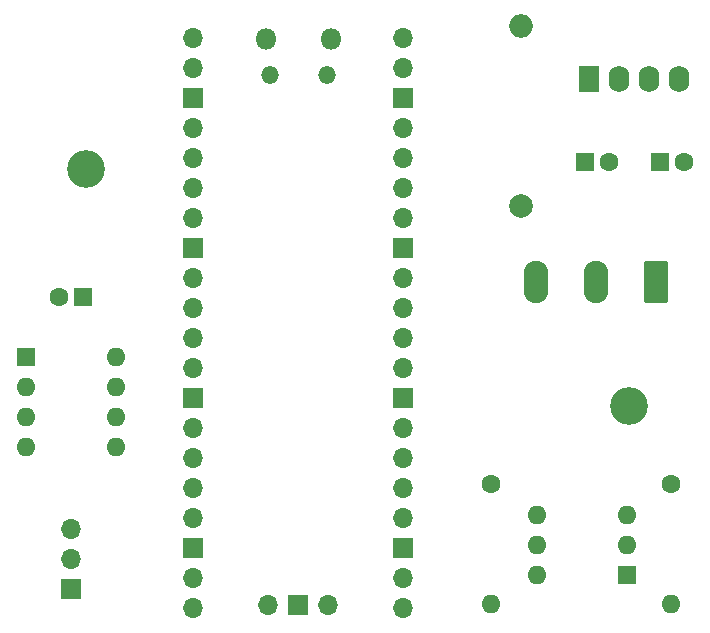
<source format=gbr>
G04 #@! TF.GenerationSoftware,KiCad,Pcbnew,7.0.9-7.0.9~ubuntu22.04.1*
G04 #@! TF.CreationDate,2023-12-23T17:14:06+01:00*
G04 #@! TF.ProjectId,pico-swm-px26a-pcb,7069636f-2d73-4776-9d2d-70783236612d,rev?*
G04 #@! TF.SameCoordinates,Original*
G04 #@! TF.FileFunction,Soldermask,Bot*
G04 #@! TF.FilePolarity,Negative*
%FSLAX46Y46*%
G04 Gerber Fmt 4.6, Leading zero omitted, Abs format (unit mm)*
G04 Created by KiCad (PCBNEW 7.0.9-7.0.9~ubuntu22.04.1) date 2023-12-23 17:14:06*
%MOMM*%
%LPD*%
G01*
G04 APERTURE LIST*
G04 Aperture macros list*
%AMRoundRect*
0 Rectangle with rounded corners*
0 $1 Rounding radius*
0 $2 $3 $4 $5 $6 $7 $8 $9 X,Y pos of 4 corners*
0 Add a 4 corners polygon primitive as box body*
4,1,4,$2,$3,$4,$5,$6,$7,$8,$9,$2,$3,0*
0 Add four circle primitives for the rounded corners*
1,1,$1+$1,$2,$3*
1,1,$1+$1,$4,$5*
1,1,$1+$1,$6,$7*
1,1,$1+$1,$8,$9*
0 Add four rect primitives between the rounded corners*
20,1,$1+$1,$2,$3,$4,$5,0*
20,1,$1+$1,$4,$5,$6,$7,0*
20,1,$1+$1,$6,$7,$8,$9,0*
20,1,$1+$1,$8,$9,$2,$3,0*%
G04 Aperture macros list end*
%ADD10O,1.800000X1.800000*%
%ADD11O,1.500000X1.500000*%
%ADD12O,1.700000X1.700000*%
%ADD13R,1.700000X1.700000*%
%ADD14R,1.600000X1.600000*%
%ADD15C,1.600000*%
%ADD16O,1.600000X1.600000*%
%ADD17RoundRect,0.249999X0.790001X1.550001X-0.790001X1.550001X-0.790001X-1.550001X0.790001X-1.550001X0*%
%ADD18O,2.080000X3.600000*%
%ADD19C,2.000000*%
%ADD20O,2.000000X2.000000*%
%ADD21R,1.750000X2.250000*%
%ADD22O,1.750000X2.250000*%
%ADD23C,3.200000*%
G04 APERTURE END LIST*
D10*
G04 #@! TO.C,U1*
X128275000Y-76000000D03*
D11*
X128575000Y-79030000D03*
X133425000Y-79030000D03*
D10*
X133725000Y-76000000D03*
D12*
X122110000Y-75870000D03*
X122110000Y-78410000D03*
D13*
X122110000Y-80950000D03*
D12*
X122110000Y-83490000D03*
X122110000Y-86030000D03*
X122110000Y-88570000D03*
X122110000Y-91110000D03*
D13*
X122110000Y-93650000D03*
D12*
X122110000Y-96190000D03*
X122110000Y-98730000D03*
X122110000Y-101270000D03*
X122110000Y-103810000D03*
D13*
X122110000Y-106350000D03*
D12*
X122110000Y-108890000D03*
X122110000Y-111430000D03*
X122110000Y-113970000D03*
X122110000Y-116510000D03*
D13*
X122110000Y-119050000D03*
D12*
X122110000Y-121590000D03*
X122110000Y-124130000D03*
X139890000Y-124130000D03*
X139890000Y-121590000D03*
D13*
X139890000Y-119050000D03*
D12*
X139890000Y-116510000D03*
X139890000Y-113970000D03*
X139890000Y-111430000D03*
X139890000Y-108890000D03*
D13*
X139890000Y-106350000D03*
D12*
X139890000Y-103810000D03*
X139890000Y-101270000D03*
X139890000Y-98730000D03*
X139890000Y-96190000D03*
D13*
X139890000Y-93650000D03*
D12*
X139890000Y-91110000D03*
X139890000Y-88570000D03*
X139890000Y-86030000D03*
X139890000Y-83490000D03*
D13*
X139890000Y-80950000D03*
D12*
X139890000Y-78410000D03*
X139890000Y-75870000D03*
X128460000Y-123900000D03*
D13*
X131000000Y-123900000D03*
D12*
X133540000Y-123900000D03*
G04 #@! TD*
D14*
G04 #@! TO.C,C2*
X161604888Y-86360000D03*
D15*
X163604888Y-86360000D03*
G04 #@! TD*
D14*
G04 #@! TO.C,U3*
X107960000Y-102880000D03*
D16*
X107960000Y-105420000D03*
X107960000Y-107960000D03*
X107960000Y-110500000D03*
X115580000Y-110500000D03*
X115580000Y-107960000D03*
X115580000Y-105420000D03*
X115580000Y-102880000D03*
G04 #@! TD*
D14*
G04 #@! TO.C,C1*
X155254888Y-86360000D03*
D15*
X157254888Y-86360000D03*
G04 #@! TD*
D17*
G04 #@! TO.C,J2*
X161290000Y-96520000D03*
D18*
X156210000Y-96520000D03*
X151130000Y-96520000D03*
G04 #@! TD*
D19*
G04 #@! TO.C,L1*
X149860000Y-90125000D03*
D20*
X149860000Y-74885000D03*
G04 #@! TD*
D15*
G04 #@! TO.C,R1*
X147320000Y-113665000D03*
D16*
X147320000Y-123825000D03*
G04 #@! TD*
D14*
G04 #@! TO.C,U2*
X158800000Y-121366000D03*
D16*
X158800000Y-118826000D03*
X158800000Y-116286000D03*
X151180000Y-116286000D03*
X151180000Y-118826000D03*
X151180000Y-121366000D03*
G04 #@! TD*
D21*
G04 #@! TO.C,PS1*
X155575000Y-79375000D03*
D22*
X158115000Y-79375000D03*
X160655000Y-79375000D03*
X163195000Y-79375000D03*
G04 #@! TD*
D13*
G04 #@! TO.C,J1*
X111760000Y-122540000D03*
D12*
X111760000Y-120000000D03*
X111760000Y-117460000D03*
G04 #@! TD*
D14*
G04 #@! TO.C,C3*
X112715113Y-97790000D03*
D15*
X110715113Y-97790000D03*
G04 #@! TD*
G04 #@! TO.C,R2*
X162560000Y-113665000D03*
D16*
X162560000Y-123825000D03*
G04 #@! TD*
D23*
G04 #@! TO.C,H2*
X159000000Y-107000000D03*
G04 #@! TD*
G04 #@! TO.C,H1*
X113000000Y-87000000D03*
G04 #@! TD*
M02*

</source>
